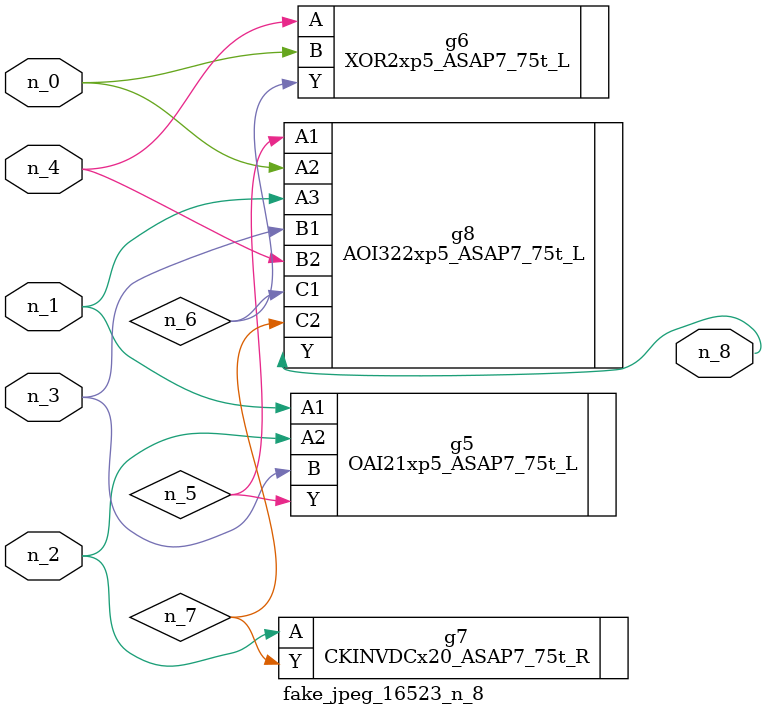
<source format=v>
module fake_jpeg_16523_n_8 (n_3, n_2, n_1, n_0, n_4, n_8);

input n_3;
input n_2;
input n_1;
input n_0;
input n_4;

output n_8;

wire n_6;
wire n_5;
wire n_7;

OAI21xp5_ASAP7_75t_L g5 ( 
.A1(n_1),
.A2(n_2),
.B(n_3),
.Y(n_5)
);

XOR2xp5_ASAP7_75t_L g6 ( 
.A(n_4),
.B(n_0),
.Y(n_6)
);

CKINVDCx20_ASAP7_75t_R g7 ( 
.A(n_2),
.Y(n_7)
);

AOI322xp5_ASAP7_75t_L g8 ( 
.A1(n_5),
.A2(n_0),
.A3(n_1),
.B1(n_3),
.B2(n_4),
.C1(n_6),
.C2(n_7),
.Y(n_8)
);


endmodule
</source>
